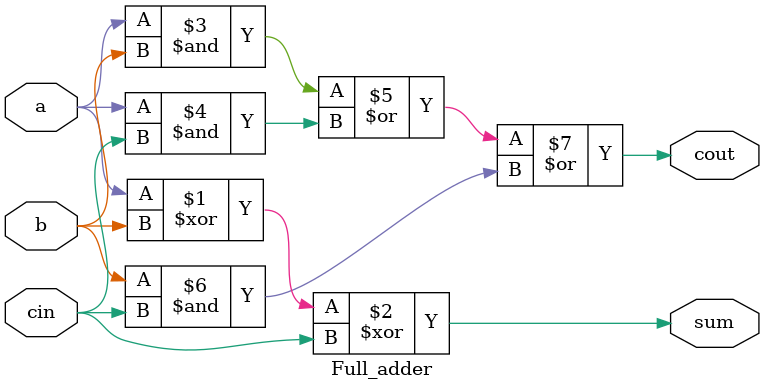
<source format=v>
module AS(sel, A, B, S, O);
    input [3:0] A, B;
    input sel;
    output [3:0] S;
    output O;
    wire c0,c1,c2,c3,c4;

    Full_adder fa1(.sum(S[0]), .cout(c1), .a(A[0]), .b(B[0] ^ sel), .cin(sel));
    Full_adder fa2(.sum(S[1]), .cout(c2), .a(A[1]), .b(B[1] ^ sel), .cin(c1));
    Full_adder fa3(.sum(S[2]), .cout(c3), .a(A[2]), .b(B[2] ^ sel), .cin(c2));
    Full_adder fa4(.sum(S[3]), .cout(c4), .a(A[3]), .b(B[3] ^ sel), .cin(c3));

    assign O = c3 ^ c4;
endmodule

module Full_adder(sum, cout, a, b, cin);
    input a, b, cin;
    output sum, cout;

    assign sum = a ^ b ^ cin;
    assign cout = (a & b)  |  (a & cin)  |  (b & cin);
endmodule

</source>
